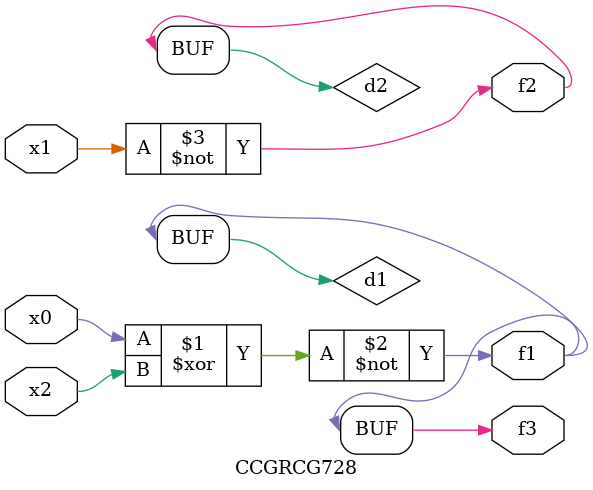
<source format=v>
module CCGRCG728(
	input x0, x1, x2,
	output f1, f2, f3
);

	wire d1, d2, d3;

	xnor (d1, x0, x2);
	nand (d2, x1);
	nor (d3, x1, x2);
	assign f1 = d1;
	assign f2 = d2;
	assign f3 = d1;
endmodule

</source>
